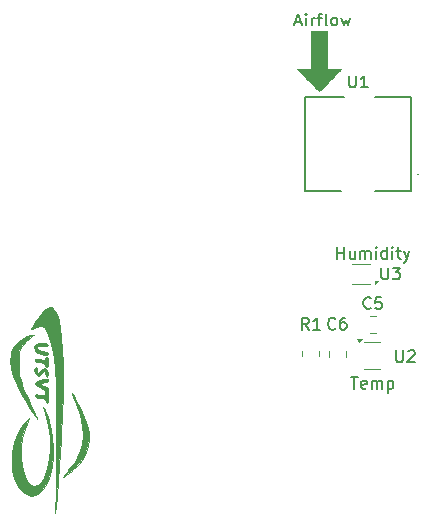
<source format=gto>
%TF.GenerationSoftware,KiCad,Pcbnew,8.0.5*%
%TF.CreationDate,2024-10-30T11:17:57-05:00*%
%TF.ProjectId,DataAcq-EnvBreakoutPCB,44617461-4163-4712-9d45-6e7642726561,rev?*%
%TF.SameCoordinates,Original*%
%TF.FileFunction,Legend,Top*%
%TF.FilePolarity,Positive*%
%FSLAX46Y46*%
G04 Gerber Fmt 4.6, Leading zero omitted, Abs format (unit mm)*
G04 Created by KiCad (PCBNEW 8.0.5) date 2024-10-30 11:17:57*
%MOMM*%
%LPD*%
G01*
G04 APERTURE LIST*
%ADD10C,0.153000*%
%ADD11C,0.150000*%
%ADD12C,0.120000*%
%ADD13C,0.010000*%
%ADD14C,0.200000*%
%ADD15C,0.100000*%
%ADD16C,0.000000*%
G04 APERTURE END LIST*
D10*
X113440476Y-25168948D02*
X113916666Y-25168948D01*
X113345238Y-25454663D02*
X113678571Y-24454663D01*
X113678571Y-24454663D02*
X114011904Y-25454663D01*
X114345238Y-25454663D02*
X114345238Y-24787996D01*
X114345238Y-24454663D02*
X114297619Y-24502282D01*
X114297619Y-24502282D02*
X114345238Y-24549901D01*
X114345238Y-24549901D02*
X114392857Y-24502282D01*
X114392857Y-24502282D02*
X114345238Y-24454663D01*
X114345238Y-24454663D02*
X114345238Y-24549901D01*
X114821428Y-25454663D02*
X114821428Y-24787996D01*
X114821428Y-24978472D02*
X114869047Y-24883234D01*
X114869047Y-24883234D02*
X114916666Y-24835615D01*
X114916666Y-24835615D02*
X115011904Y-24787996D01*
X115011904Y-24787996D02*
X115107142Y-24787996D01*
X115297619Y-24787996D02*
X115678571Y-24787996D01*
X115440476Y-25454663D02*
X115440476Y-24597520D01*
X115440476Y-24597520D02*
X115488095Y-24502282D01*
X115488095Y-24502282D02*
X115583333Y-24454663D01*
X115583333Y-24454663D02*
X115678571Y-24454663D01*
X116154762Y-25454663D02*
X116059524Y-25407044D01*
X116059524Y-25407044D02*
X116011905Y-25311805D01*
X116011905Y-25311805D02*
X116011905Y-24454663D01*
X116678572Y-25454663D02*
X116583334Y-25407044D01*
X116583334Y-25407044D02*
X116535715Y-25359424D01*
X116535715Y-25359424D02*
X116488096Y-25264186D01*
X116488096Y-25264186D02*
X116488096Y-24978472D01*
X116488096Y-24978472D02*
X116535715Y-24883234D01*
X116535715Y-24883234D02*
X116583334Y-24835615D01*
X116583334Y-24835615D02*
X116678572Y-24787996D01*
X116678572Y-24787996D02*
X116821429Y-24787996D01*
X116821429Y-24787996D02*
X116916667Y-24835615D01*
X116916667Y-24835615D02*
X116964286Y-24883234D01*
X116964286Y-24883234D02*
X117011905Y-24978472D01*
X117011905Y-24978472D02*
X117011905Y-25264186D01*
X117011905Y-25264186D02*
X116964286Y-25359424D01*
X116964286Y-25359424D02*
X116916667Y-25407044D01*
X116916667Y-25407044D02*
X116821429Y-25454663D01*
X116821429Y-25454663D02*
X116678572Y-25454663D01*
X117345239Y-24787996D02*
X117535715Y-25454663D01*
X117535715Y-25454663D02*
X117726191Y-24978472D01*
X117726191Y-24978472D02*
X117916667Y-25454663D01*
X117916667Y-25454663D02*
X118107143Y-24787996D01*
X118166667Y-55204663D02*
X118738095Y-55204663D01*
X118452381Y-56204663D02*
X118452381Y-55204663D01*
X119452381Y-56157044D02*
X119357143Y-56204663D01*
X119357143Y-56204663D02*
X119166667Y-56204663D01*
X119166667Y-56204663D02*
X119071429Y-56157044D01*
X119071429Y-56157044D02*
X119023810Y-56061805D01*
X119023810Y-56061805D02*
X119023810Y-55680853D01*
X119023810Y-55680853D02*
X119071429Y-55585615D01*
X119071429Y-55585615D02*
X119166667Y-55537996D01*
X119166667Y-55537996D02*
X119357143Y-55537996D01*
X119357143Y-55537996D02*
X119452381Y-55585615D01*
X119452381Y-55585615D02*
X119500000Y-55680853D01*
X119500000Y-55680853D02*
X119500000Y-55776091D01*
X119500000Y-55776091D02*
X119023810Y-55871329D01*
X119928572Y-56204663D02*
X119928572Y-55537996D01*
X119928572Y-55633234D02*
X119976191Y-55585615D01*
X119976191Y-55585615D02*
X120071429Y-55537996D01*
X120071429Y-55537996D02*
X120214286Y-55537996D01*
X120214286Y-55537996D02*
X120309524Y-55585615D01*
X120309524Y-55585615D02*
X120357143Y-55680853D01*
X120357143Y-55680853D02*
X120357143Y-56204663D01*
X120357143Y-55680853D02*
X120404762Y-55585615D01*
X120404762Y-55585615D02*
X120500000Y-55537996D01*
X120500000Y-55537996D02*
X120642857Y-55537996D01*
X120642857Y-55537996D02*
X120738096Y-55585615D01*
X120738096Y-55585615D02*
X120785715Y-55680853D01*
X120785715Y-55680853D02*
X120785715Y-56204663D01*
X121261905Y-55537996D02*
X121261905Y-56537996D01*
X121261905Y-55585615D02*
X121357143Y-55537996D01*
X121357143Y-55537996D02*
X121547619Y-55537996D01*
X121547619Y-55537996D02*
X121642857Y-55585615D01*
X121642857Y-55585615D02*
X121690476Y-55633234D01*
X121690476Y-55633234D02*
X121738095Y-55728472D01*
X121738095Y-55728472D02*
X121738095Y-56014186D01*
X121738095Y-56014186D02*
X121690476Y-56109424D01*
X121690476Y-56109424D02*
X121642857Y-56157044D01*
X121642857Y-56157044D02*
X121547619Y-56204663D01*
X121547619Y-56204663D02*
X121357143Y-56204663D01*
X121357143Y-56204663D02*
X121261905Y-56157044D01*
X117000000Y-45204663D02*
X117000000Y-44204663D01*
X117000000Y-44680853D02*
X117571428Y-44680853D01*
X117571428Y-45204663D02*
X117571428Y-44204663D01*
X118476190Y-44537996D02*
X118476190Y-45204663D01*
X118047619Y-44537996D02*
X118047619Y-45061805D01*
X118047619Y-45061805D02*
X118095238Y-45157044D01*
X118095238Y-45157044D02*
X118190476Y-45204663D01*
X118190476Y-45204663D02*
X118333333Y-45204663D01*
X118333333Y-45204663D02*
X118428571Y-45157044D01*
X118428571Y-45157044D02*
X118476190Y-45109424D01*
X118952381Y-45204663D02*
X118952381Y-44537996D01*
X118952381Y-44633234D02*
X119000000Y-44585615D01*
X119000000Y-44585615D02*
X119095238Y-44537996D01*
X119095238Y-44537996D02*
X119238095Y-44537996D01*
X119238095Y-44537996D02*
X119333333Y-44585615D01*
X119333333Y-44585615D02*
X119380952Y-44680853D01*
X119380952Y-44680853D02*
X119380952Y-45204663D01*
X119380952Y-44680853D02*
X119428571Y-44585615D01*
X119428571Y-44585615D02*
X119523809Y-44537996D01*
X119523809Y-44537996D02*
X119666666Y-44537996D01*
X119666666Y-44537996D02*
X119761905Y-44585615D01*
X119761905Y-44585615D02*
X119809524Y-44680853D01*
X119809524Y-44680853D02*
X119809524Y-45204663D01*
X120285714Y-45204663D02*
X120285714Y-44537996D01*
X120285714Y-44204663D02*
X120238095Y-44252282D01*
X120238095Y-44252282D02*
X120285714Y-44299901D01*
X120285714Y-44299901D02*
X120333333Y-44252282D01*
X120333333Y-44252282D02*
X120285714Y-44204663D01*
X120285714Y-44204663D02*
X120285714Y-44299901D01*
X121190475Y-45204663D02*
X121190475Y-44204663D01*
X121190475Y-45157044D02*
X121095237Y-45204663D01*
X121095237Y-45204663D02*
X120904761Y-45204663D01*
X120904761Y-45204663D02*
X120809523Y-45157044D01*
X120809523Y-45157044D02*
X120761904Y-45109424D01*
X120761904Y-45109424D02*
X120714285Y-45014186D01*
X120714285Y-45014186D02*
X120714285Y-44728472D01*
X120714285Y-44728472D02*
X120761904Y-44633234D01*
X120761904Y-44633234D02*
X120809523Y-44585615D01*
X120809523Y-44585615D02*
X120904761Y-44537996D01*
X120904761Y-44537996D02*
X121095237Y-44537996D01*
X121095237Y-44537996D02*
X121190475Y-44585615D01*
X121666666Y-45204663D02*
X121666666Y-44537996D01*
X121666666Y-44204663D02*
X121619047Y-44252282D01*
X121619047Y-44252282D02*
X121666666Y-44299901D01*
X121666666Y-44299901D02*
X121714285Y-44252282D01*
X121714285Y-44252282D02*
X121666666Y-44204663D01*
X121666666Y-44204663D02*
X121666666Y-44299901D01*
X121999999Y-44537996D02*
X122380951Y-44537996D01*
X122142856Y-44204663D02*
X122142856Y-45061805D01*
X122142856Y-45061805D02*
X122190475Y-45157044D01*
X122190475Y-45157044D02*
X122285713Y-45204663D01*
X122285713Y-45204663D02*
X122380951Y-45204663D01*
X122619047Y-44537996D02*
X122857142Y-45204663D01*
X123095237Y-44537996D02*
X122857142Y-45204663D01*
X122857142Y-45204663D02*
X122761904Y-45442758D01*
X122761904Y-45442758D02*
X122714285Y-45490377D01*
X122714285Y-45490377D02*
X122619047Y-45537996D01*
D11*
X121988095Y-52954819D02*
X121988095Y-53764342D01*
X121988095Y-53764342D02*
X122035714Y-53859580D01*
X122035714Y-53859580D02*
X122083333Y-53907200D01*
X122083333Y-53907200D02*
X122178571Y-53954819D01*
X122178571Y-53954819D02*
X122369047Y-53954819D01*
X122369047Y-53954819D02*
X122464285Y-53907200D01*
X122464285Y-53907200D02*
X122511904Y-53859580D01*
X122511904Y-53859580D02*
X122559523Y-53764342D01*
X122559523Y-53764342D02*
X122559523Y-52954819D01*
X122988095Y-53050057D02*
X123035714Y-53002438D01*
X123035714Y-53002438D02*
X123130952Y-52954819D01*
X123130952Y-52954819D02*
X123369047Y-52954819D01*
X123369047Y-52954819D02*
X123464285Y-53002438D01*
X123464285Y-53002438D02*
X123511904Y-53050057D01*
X123511904Y-53050057D02*
X123559523Y-53145295D01*
X123559523Y-53145295D02*
X123559523Y-53240533D01*
X123559523Y-53240533D02*
X123511904Y-53383390D01*
X123511904Y-53383390D02*
X122940476Y-53954819D01*
X122940476Y-53954819D02*
X123559523Y-53954819D01*
X119833333Y-49359580D02*
X119785714Y-49407200D01*
X119785714Y-49407200D02*
X119642857Y-49454819D01*
X119642857Y-49454819D02*
X119547619Y-49454819D01*
X119547619Y-49454819D02*
X119404762Y-49407200D01*
X119404762Y-49407200D02*
X119309524Y-49311961D01*
X119309524Y-49311961D02*
X119261905Y-49216723D01*
X119261905Y-49216723D02*
X119214286Y-49026247D01*
X119214286Y-49026247D02*
X119214286Y-48883390D01*
X119214286Y-48883390D02*
X119261905Y-48692914D01*
X119261905Y-48692914D02*
X119309524Y-48597676D01*
X119309524Y-48597676D02*
X119404762Y-48502438D01*
X119404762Y-48502438D02*
X119547619Y-48454819D01*
X119547619Y-48454819D02*
X119642857Y-48454819D01*
X119642857Y-48454819D02*
X119785714Y-48502438D01*
X119785714Y-48502438D02*
X119833333Y-48550057D01*
X120738095Y-48454819D02*
X120261905Y-48454819D01*
X120261905Y-48454819D02*
X120214286Y-48931009D01*
X120214286Y-48931009D02*
X120261905Y-48883390D01*
X120261905Y-48883390D02*
X120357143Y-48835771D01*
X120357143Y-48835771D02*
X120595238Y-48835771D01*
X120595238Y-48835771D02*
X120690476Y-48883390D01*
X120690476Y-48883390D02*
X120738095Y-48931009D01*
X120738095Y-48931009D02*
X120785714Y-49026247D01*
X120785714Y-49026247D02*
X120785714Y-49264342D01*
X120785714Y-49264342D02*
X120738095Y-49359580D01*
X120738095Y-49359580D02*
X120690476Y-49407200D01*
X120690476Y-49407200D02*
X120595238Y-49454819D01*
X120595238Y-49454819D02*
X120357143Y-49454819D01*
X120357143Y-49454819D02*
X120261905Y-49407200D01*
X120261905Y-49407200D02*
X120214286Y-49359580D01*
X114583333Y-51204819D02*
X114250000Y-50728628D01*
X114011905Y-51204819D02*
X114011905Y-50204819D01*
X114011905Y-50204819D02*
X114392857Y-50204819D01*
X114392857Y-50204819D02*
X114488095Y-50252438D01*
X114488095Y-50252438D02*
X114535714Y-50300057D01*
X114535714Y-50300057D02*
X114583333Y-50395295D01*
X114583333Y-50395295D02*
X114583333Y-50538152D01*
X114583333Y-50538152D02*
X114535714Y-50633390D01*
X114535714Y-50633390D02*
X114488095Y-50681009D01*
X114488095Y-50681009D02*
X114392857Y-50728628D01*
X114392857Y-50728628D02*
X114011905Y-50728628D01*
X115535714Y-51204819D02*
X114964286Y-51204819D01*
X115250000Y-51204819D02*
X115250000Y-50204819D01*
X115250000Y-50204819D02*
X115154762Y-50347676D01*
X115154762Y-50347676D02*
X115059524Y-50442914D01*
X115059524Y-50442914D02*
X114964286Y-50490533D01*
X120738095Y-45954819D02*
X120738095Y-46764342D01*
X120738095Y-46764342D02*
X120785714Y-46859580D01*
X120785714Y-46859580D02*
X120833333Y-46907200D01*
X120833333Y-46907200D02*
X120928571Y-46954819D01*
X120928571Y-46954819D02*
X121119047Y-46954819D01*
X121119047Y-46954819D02*
X121214285Y-46907200D01*
X121214285Y-46907200D02*
X121261904Y-46859580D01*
X121261904Y-46859580D02*
X121309523Y-46764342D01*
X121309523Y-46764342D02*
X121309523Y-45954819D01*
X121690476Y-45954819D02*
X122309523Y-45954819D01*
X122309523Y-45954819D02*
X121976190Y-46335771D01*
X121976190Y-46335771D02*
X122119047Y-46335771D01*
X122119047Y-46335771D02*
X122214285Y-46383390D01*
X122214285Y-46383390D02*
X122261904Y-46431009D01*
X122261904Y-46431009D02*
X122309523Y-46526247D01*
X122309523Y-46526247D02*
X122309523Y-46764342D01*
X122309523Y-46764342D02*
X122261904Y-46859580D01*
X122261904Y-46859580D02*
X122214285Y-46907200D01*
X122214285Y-46907200D02*
X122119047Y-46954819D01*
X122119047Y-46954819D02*
X121833333Y-46954819D01*
X121833333Y-46954819D02*
X121738095Y-46907200D01*
X121738095Y-46907200D02*
X121690476Y-46859580D01*
X116833333Y-51109580D02*
X116785714Y-51157200D01*
X116785714Y-51157200D02*
X116642857Y-51204819D01*
X116642857Y-51204819D02*
X116547619Y-51204819D01*
X116547619Y-51204819D02*
X116404762Y-51157200D01*
X116404762Y-51157200D02*
X116309524Y-51061961D01*
X116309524Y-51061961D02*
X116261905Y-50966723D01*
X116261905Y-50966723D02*
X116214286Y-50776247D01*
X116214286Y-50776247D02*
X116214286Y-50633390D01*
X116214286Y-50633390D02*
X116261905Y-50442914D01*
X116261905Y-50442914D02*
X116309524Y-50347676D01*
X116309524Y-50347676D02*
X116404762Y-50252438D01*
X116404762Y-50252438D02*
X116547619Y-50204819D01*
X116547619Y-50204819D02*
X116642857Y-50204819D01*
X116642857Y-50204819D02*
X116785714Y-50252438D01*
X116785714Y-50252438D02*
X116833333Y-50300057D01*
X117690476Y-50204819D02*
X117500000Y-50204819D01*
X117500000Y-50204819D02*
X117404762Y-50252438D01*
X117404762Y-50252438D02*
X117357143Y-50300057D01*
X117357143Y-50300057D02*
X117261905Y-50442914D01*
X117261905Y-50442914D02*
X117214286Y-50633390D01*
X117214286Y-50633390D02*
X117214286Y-51014342D01*
X117214286Y-51014342D02*
X117261905Y-51109580D01*
X117261905Y-51109580D02*
X117309524Y-51157200D01*
X117309524Y-51157200D02*
X117404762Y-51204819D01*
X117404762Y-51204819D02*
X117595238Y-51204819D01*
X117595238Y-51204819D02*
X117690476Y-51157200D01*
X117690476Y-51157200D02*
X117738095Y-51109580D01*
X117738095Y-51109580D02*
X117785714Y-51014342D01*
X117785714Y-51014342D02*
X117785714Y-50776247D01*
X117785714Y-50776247D02*
X117738095Y-50681009D01*
X117738095Y-50681009D02*
X117690476Y-50633390D01*
X117690476Y-50633390D02*
X117595238Y-50585771D01*
X117595238Y-50585771D02*
X117404762Y-50585771D01*
X117404762Y-50585771D02*
X117309524Y-50633390D01*
X117309524Y-50633390D02*
X117261905Y-50681009D01*
X117261905Y-50681009D02*
X117214286Y-50776247D01*
D10*
X117988095Y-29704663D02*
X117988095Y-30514186D01*
X117988095Y-30514186D02*
X118035714Y-30609424D01*
X118035714Y-30609424D02*
X118083333Y-30657044D01*
X118083333Y-30657044D02*
X118178571Y-30704663D01*
X118178571Y-30704663D02*
X118369047Y-30704663D01*
X118369047Y-30704663D02*
X118464285Y-30657044D01*
X118464285Y-30657044D02*
X118511904Y-30609424D01*
X118511904Y-30609424D02*
X118559523Y-30514186D01*
X118559523Y-30514186D02*
X118559523Y-29704663D01*
X119559523Y-30704663D02*
X118988095Y-30704663D01*
X119273809Y-30704663D02*
X119273809Y-29704663D01*
X119273809Y-29704663D02*
X119178571Y-29847520D01*
X119178571Y-29847520D02*
X119083333Y-29942758D01*
X119083333Y-29942758D02*
X118988095Y-29990377D01*
D12*
%TO.C,U2*%
X119240000Y-52240000D02*
X120650000Y-52240000D01*
X119250000Y-54560000D02*
X120650000Y-54560000D01*
X118870000Y-52290000D02*
X118630000Y-51960000D01*
X119110000Y-51960000D01*
X118870000Y-52290000D01*
G36*
X118870000Y-52290000D02*
G01*
X118630000Y-51960000D01*
X119110000Y-51960000D01*
X118870000Y-52290000D01*
G37*
D13*
%TO.C,LOGO3*%
X92452865Y-53561986D02*
X92491873Y-53718894D01*
X92500000Y-53940000D01*
X92486404Y-54206219D01*
X92439332Y-54336244D01*
X92373000Y-54363334D01*
X92269491Y-54293050D01*
X92246000Y-54196916D01*
X92214825Y-54091195D01*
X92095324Y-54024996D01*
X91848535Y-53977834D01*
X91822666Y-53974342D01*
X91536825Y-53914866D01*
X91408790Y-53831182D01*
X91399333Y-53794148D01*
X91431302Y-53723253D01*
X91551782Y-53702093D01*
X91797634Y-53724936D01*
X91822666Y-53728334D01*
X92076799Y-53754950D01*
X92204493Y-53739181D01*
X92244924Y-53673926D01*
X92246000Y-53651612D01*
X92310356Y-53534343D01*
X92373000Y-53516667D01*
X92452865Y-53561986D01*
G36*
X92452865Y-53561986D02*
G01*
X92491873Y-53718894D01*
X92500000Y-53940000D01*
X92486404Y-54206219D01*
X92439332Y-54336244D01*
X92373000Y-54363334D01*
X92269491Y-54293050D01*
X92246000Y-54196916D01*
X92214825Y-54091195D01*
X92095324Y-54024996D01*
X91848535Y-53977834D01*
X91822666Y-53974342D01*
X91536825Y-53914866D01*
X91408790Y-53831182D01*
X91399333Y-53794148D01*
X91431302Y-53723253D01*
X91551782Y-53702093D01*
X91797634Y-53724936D01*
X91822666Y-53728334D01*
X92076799Y-53754950D01*
X92204493Y-53739181D01*
X92244924Y-53673926D01*
X92246000Y-53651612D01*
X92310356Y-53534343D01*
X92373000Y-53516667D01*
X92452865Y-53561986D01*
G37*
X91572590Y-54432926D02*
X91598335Y-54590992D01*
X91589775Y-54657646D01*
X91599369Y-54825718D01*
X91684831Y-54871882D01*
X91800580Y-54792230D01*
X91866090Y-54681328D01*
X92015060Y-54505049D01*
X92215689Y-54462433D01*
X92377067Y-54536042D01*
X92455228Y-54664838D01*
X92495509Y-54851927D01*
X92496379Y-55038847D01*
X92456304Y-55167135D01*
X92394166Y-55188412D01*
X92311381Y-55085971D01*
X92288333Y-54956000D01*
X92248018Y-54773919D01*
X92151573Y-54739271D01*
X92035753Y-54857901D01*
X92008404Y-54911474D01*
X91860681Y-55085609D01*
X91671510Y-55110343D01*
X91482628Y-54983769D01*
X91446467Y-54937161D01*
X91332456Y-54726083D01*
X91340730Y-54554919D01*
X91391164Y-54458320D01*
X91492553Y-54377683D01*
X91572590Y-54432926D01*
G36*
X91572590Y-54432926D02*
G01*
X91598335Y-54590992D01*
X91589775Y-54657646D01*
X91599369Y-54825718D01*
X91684831Y-54871882D01*
X91800580Y-54792230D01*
X91866090Y-54681328D01*
X92015060Y-54505049D01*
X92215689Y-54462433D01*
X92377067Y-54536042D01*
X92455228Y-54664838D01*
X92495509Y-54851927D01*
X92496379Y-55038847D01*
X92456304Y-55167135D01*
X92394166Y-55188412D01*
X92311381Y-55085971D01*
X92288333Y-54956000D01*
X92248018Y-54773919D01*
X92151573Y-54739271D01*
X92035753Y-54857901D01*
X92008404Y-54911474D01*
X91860681Y-55085609D01*
X91671510Y-55110343D01*
X91482628Y-54983769D01*
X91446467Y-54937161D01*
X91332456Y-54726083D01*
X91340730Y-54554919D01*
X91391164Y-54458320D01*
X91492553Y-54377683D01*
X91572590Y-54432926D01*
G37*
X92267218Y-52362919D02*
X92443077Y-52440335D01*
X92500000Y-52537858D01*
X92441891Y-52597526D01*
X92253907Y-52614710D01*
X92026991Y-52602373D01*
X91759211Y-52584174D01*
X91621552Y-52596265D01*
X91575585Y-52652683D01*
X91582491Y-52764740D01*
X91624717Y-52888993D01*
X91736238Y-52967221D01*
X91960387Y-53024798D01*
X92055500Y-53041741D01*
X92341845Y-53111395D01*
X92486310Y-53195765D01*
X92500000Y-53232241D01*
X92430685Y-53328617D01*
X92351833Y-53345314D01*
X92137206Y-53321556D01*
X91877529Y-53266406D01*
X91639877Y-53197108D01*
X91491324Y-53130907D01*
X91479639Y-53121082D01*
X91384999Y-52931009D01*
X91356323Y-52682331D01*
X91404068Y-52479500D01*
X91539415Y-52380859D01*
X91763188Y-52330401D01*
X92023189Y-52325347D01*
X92267218Y-52362919D01*
G36*
X92267218Y-52362919D02*
G01*
X92443077Y-52440335D01*
X92500000Y-52537858D01*
X92441891Y-52597526D01*
X92253907Y-52614710D01*
X92026991Y-52602373D01*
X91759211Y-52584174D01*
X91621552Y-52596265D01*
X91575585Y-52652683D01*
X91582491Y-52764740D01*
X91624717Y-52888993D01*
X91736238Y-52967221D01*
X91960387Y-53024798D01*
X92055500Y-53041741D01*
X92341845Y-53111395D01*
X92486310Y-53195765D01*
X92500000Y-53232241D01*
X92430685Y-53328617D01*
X92351833Y-53345314D01*
X92137206Y-53321556D01*
X91877529Y-53266406D01*
X91639877Y-53197108D01*
X91491324Y-53130907D01*
X91479639Y-53121082D01*
X91384999Y-52931009D01*
X91356323Y-52682331D01*
X91404068Y-52479500D01*
X91539415Y-52380859D01*
X91763188Y-52330401D01*
X92023189Y-52325347D01*
X92267218Y-52362919D01*
G37*
X94556158Y-56602683D02*
X94665915Y-56771746D01*
X94829176Y-57059890D01*
X95040870Y-57460962D01*
X95208542Y-57792334D01*
X95565397Y-58571464D01*
X95806811Y-59257658D01*
X95937240Y-59877555D01*
X95961137Y-60457797D01*
X95882961Y-61025022D01*
X95800682Y-61332668D01*
X95526518Y-61959242D01*
X95106725Y-62563510D01*
X94564659Y-63112345D01*
X94518025Y-63151770D01*
X94252679Y-63364432D01*
X94020775Y-63534812D01*
X93852147Y-63642543D01*
X93776630Y-63667260D01*
X93775698Y-63658479D01*
X93829013Y-63587298D01*
X93965961Y-63418916D01*
X94160521Y-63185169D01*
X94232558Y-63099559D01*
X94761127Y-62387133D01*
X95141567Y-61669895D01*
X95375162Y-60933426D01*
X95463193Y-60163309D01*
X95406943Y-59345127D01*
X95207692Y-58464463D01*
X94866724Y-57506897D01*
X94753600Y-57240314D01*
X94598627Y-56871517D01*
X94517443Y-56646415D01*
X94504977Y-56558855D01*
X94556158Y-56602683D01*
G36*
X94556158Y-56602683D02*
G01*
X94665915Y-56771746D01*
X94829176Y-57059890D01*
X95040870Y-57460962D01*
X95208542Y-57792334D01*
X95565397Y-58571464D01*
X95806811Y-59257658D01*
X95937240Y-59877555D01*
X95961137Y-60457797D01*
X95882961Y-61025022D01*
X95800682Y-61332668D01*
X95526518Y-61959242D01*
X95106725Y-62563510D01*
X94564659Y-63112345D01*
X94518025Y-63151770D01*
X94252679Y-63364432D01*
X94020775Y-63534812D01*
X93852147Y-63642543D01*
X93776630Y-63667260D01*
X93775698Y-63658479D01*
X93829013Y-63587298D01*
X93965961Y-63418916D01*
X94160521Y-63185169D01*
X94232558Y-63099559D01*
X94761127Y-62387133D01*
X95141567Y-61669895D01*
X95375162Y-60933426D01*
X95463193Y-60163309D01*
X95406943Y-59345127D01*
X95207692Y-58464463D01*
X94866724Y-57506897D01*
X94753600Y-57240314D01*
X94598627Y-56871517D01*
X94517443Y-56646415D01*
X94504977Y-56558855D01*
X94556158Y-56602683D01*
G37*
X92468551Y-55406067D02*
X92498946Y-55476406D01*
X92500000Y-55504720D01*
X92427057Y-55611642D01*
X92267166Y-55681125D01*
X91997002Y-55747921D01*
X91885964Y-55807097D01*
X91926086Y-55878480D01*
X92109401Y-55981897D01*
X92140166Y-55997167D01*
X92500000Y-56174694D01*
X92500000Y-56800069D01*
X92491829Y-57138000D01*
X92464776Y-57328544D01*
X92415027Y-57392975D01*
X92394166Y-57390591D01*
X92298153Y-57287889D01*
X92261278Y-57171868D01*
X92189184Y-57028364D01*
X92007278Y-56986844D01*
X91692413Y-56957513D01*
X91478708Y-56881073D01*
X91399337Y-56769432D01*
X91399333Y-56768575D01*
X91424380Y-56708213D01*
X91519582Y-56686959D01*
X91715027Y-56705037D01*
X92040807Y-56762673D01*
X92097833Y-56773775D01*
X92222258Y-56741544D01*
X92246000Y-56648463D01*
X92291185Y-56502358D01*
X92341483Y-56462284D01*
X92321473Y-56411169D01*
X92179724Y-56306145D01*
X91946016Y-56168902D01*
X91918149Y-56153930D01*
X91659194Y-56000318D01*
X91473240Y-55860268D01*
X91399407Y-55763380D01*
X91399333Y-55761376D01*
X91476085Y-55671830D01*
X91680704Y-55571428D01*
X91856864Y-55512341D01*
X92179149Y-55423659D01*
X92372498Y-55388360D01*
X92468551Y-55406067D01*
G36*
X92468551Y-55406067D02*
G01*
X92498946Y-55476406D01*
X92500000Y-55504720D01*
X92427057Y-55611642D01*
X92267166Y-55681125D01*
X91997002Y-55747921D01*
X91885964Y-55807097D01*
X91926086Y-55878480D01*
X92109401Y-55981897D01*
X92140166Y-55997167D01*
X92500000Y-56174694D01*
X92500000Y-56800069D01*
X92491829Y-57138000D01*
X92464776Y-57328544D01*
X92415027Y-57392975D01*
X92394166Y-57390591D01*
X92298153Y-57287889D01*
X92261278Y-57171868D01*
X92189184Y-57028364D01*
X92007278Y-56986844D01*
X91692413Y-56957513D01*
X91478708Y-56881073D01*
X91399337Y-56769432D01*
X91399333Y-56768575D01*
X91424380Y-56708213D01*
X91519582Y-56686959D01*
X91715027Y-56705037D01*
X92040807Y-56762673D01*
X92097833Y-56773775D01*
X92222258Y-56741544D01*
X92246000Y-56648463D01*
X92291185Y-56502358D01*
X92341483Y-56462284D01*
X92321473Y-56411169D01*
X92179724Y-56306145D01*
X91946016Y-56168902D01*
X91918149Y-56153930D01*
X91659194Y-56000318D01*
X91473240Y-55860268D01*
X91399407Y-55763380D01*
X91399333Y-55761376D01*
X91476085Y-55671830D01*
X91680704Y-55571428D01*
X91856864Y-55512341D01*
X92179149Y-55423659D01*
X92372498Y-55388360D01*
X92468551Y-55406067D01*
G37*
X91267582Y-51692050D02*
X91124726Y-51782879D01*
X91103000Y-51794449D01*
X90639158Y-52127640D01*
X90265070Y-52576388D01*
X90185079Y-52712334D01*
X90103552Y-52885425D01*
X90050582Y-53070015D01*
X90020624Y-53307005D01*
X90008131Y-53637296D01*
X90007113Y-54024667D01*
X90014930Y-54486913D01*
X90039486Y-54842277D01*
X90090339Y-55153059D01*
X90177045Y-55481558D01*
X90279875Y-55802667D01*
X90425216Y-56195692D01*
X90625059Y-56677735D01*
X90853489Y-57188793D01*
X91084592Y-57668863D01*
X91093488Y-57686500D01*
X91285329Y-58070340D01*
X91442972Y-58394034D01*
X91553760Y-58630927D01*
X91605036Y-58754364D01*
X91606077Y-58766000D01*
X91540687Y-58698417D01*
X91406373Y-58514990D01*
X91221952Y-58244708D01*
X91006240Y-57916558D01*
X90778052Y-57559526D01*
X90556205Y-57202599D01*
X90359514Y-56874765D01*
X90224511Y-56637621D01*
X89857360Y-55890408D01*
X89578962Y-55160966D01*
X89394856Y-54472950D01*
X89310576Y-53850012D01*
X89331661Y-53315807D01*
X89389531Y-53070343D01*
X89635723Y-52586869D01*
X90027795Y-52185459D01*
X90499571Y-51899551D01*
X90766580Y-51784503D01*
X91002155Y-51701827D01*
X91181027Y-51655925D01*
X91277926Y-51651199D01*
X91267582Y-51692050D01*
G36*
X91267582Y-51692050D02*
G01*
X91124726Y-51782879D01*
X91103000Y-51794449D01*
X90639158Y-52127640D01*
X90265070Y-52576388D01*
X90185079Y-52712334D01*
X90103552Y-52885425D01*
X90050582Y-53070015D01*
X90020624Y-53307005D01*
X90008131Y-53637296D01*
X90007113Y-54024667D01*
X90014930Y-54486913D01*
X90039486Y-54842277D01*
X90090339Y-55153059D01*
X90177045Y-55481558D01*
X90279875Y-55802667D01*
X90425216Y-56195692D01*
X90625059Y-56677735D01*
X90853489Y-57188793D01*
X91084592Y-57668863D01*
X91093488Y-57686500D01*
X91285329Y-58070340D01*
X91442972Y-58394034D01*
X91553760Y-58630927D01*
X91605036Y-58754364D01*
X91606077Y-58766000D01*
X91540687Y-58698417D01*
X91406373Y-58514990D01*
X91221952Y-58244708D01*
X91006240Y-57916558D01*
X90778052Y-57559526D01*
X90556205Y-57202599D01*
X90359514Y-56874765D01*
X90224511Y-56637621D01*
X89857360Y-55890408D01*
X89578962Y-55160966D01*
X89394856Y-54472950D01*
X89310576Y-53850012D01*
X89331661Y-53315807D01*
X89389531Y-53070343D01*
X89635723Y-52586869D01*
X90027795Y-52185459D01*
X90499571Y-51899551D01*
X90766580Y-51784503D01*
X91002155Y-51701827D01*
X91181027Y-51655925D01*
X91277926Y-51651199D01*
X91267582Y-51692050D01*
G37*
X92814430Y-49328979D02*
X93042760Y-49508382D01*
X93240032Y-49851926D01*
X93406161Y-50358435D01*
X93541066Y-51026734D01*
X93644664Y-51855647D01*
X93716873Y-52844000D01*
X93757610Y-53990618D01*
X93766792Y-55294323D01*
X93744338Y-56753943D01*
X93690163Y-58368301D01*
X93604187Y-60136221D01*
X93486327Y-62056529D01*
X93468337Y-62322000D01*
X93422320Y-62974946D01*
X93371398Y-63665556D01*
X93319447Y-64343333D01*
X93270345Y-64957778D01*
X93227970Y-65458393D01*
X93224542Y-65497000D01*
X93111199Y-66767000D01*
X93165433Y-64862000D01*
X93185268Y-64045080D01*
X93200676Y-63159053D01*
X93211766Y-62223882D01*
X93218643Y-61259527D01*
X93221415Y-60285950D01*
X93220189Y-59323113D01*
X93215073Y-58390978D01*
X93206172Y-57509507D01*
X93193596Y-56698660D01*
X93177449Y-55978401D01*
X93157841Y-55368690D01*
X93134877Y-54889489D01*
X93110233Y-54575000D01*
X92990575Y-53600440D01*
X92857796Y-52787746D01*
X92709356Y-52129780D01*
X92542717Y-51619406D01*
X92355339Y-51249487D01*
X92144682Y-51012886D01*
X91908207Y-50902467D01*
X91799811Y-50892000D01*
X91557176Y-50941925D01*
X91313113Y-51062500D01*
X91306570Y-51067099D01*
X91154446Y-51165263D01*
X91086366Y-51175725D01*
X91104997Y-51085276D01*
X91213003Y-50880705D01*
X91410255Y-50553334D01*
X91700062Y-50124626D01*
X91994818Y-49760792D01*
X92270068Y-49488285D01*
X92501357Y-49333559D01*
X92555122Y-49314892D01*
X92814430Y-49328979D01*
G36*
X92814430Y-49328979D02*
G01*
X93042760Y-49508382D01*
X93240032Y-49851926D01*
X93406161Y-50358435D01*
X93541066Y-51026734D01*
X93644664Y-51855647D01*
X93716873Y-52844000D01*
X93757610Y-53990618D01*
X93766792Y-55294323D01*
X93744338Y-56753943D01*
X93690163Y-58368301D01*
X93604187Y-60136221D01*
X93486327Y-62056529D01*
X93468337Y-62322000D01*
X93422320Y-62974946D01*
X93371398Y-63665556D01*
X93319447Y-64343333D01*
X93270345Y-64957778D01*
X93227970Y-65458393D01*
X93224542Y-65497000D01*
X93111199Y-66767000D01*
X93165433Y-64862000D01*
X93185268Y-64045080D01*
X93200676Y-63159053D01*
X93211766Y-62223882D01*
X93218643Y-61259527D01*
X93221415Y-60285950D01*
X93220189Y-59323113D01*
X93215073Y-58390978D01*
X93206172Y-57509507D01*
X93193596Y-56698660D01*
X93177449Y-55978401D01*
X93157841Y-55368690D01*
X93134877Y-54889489D01*
X93110233Y-54575000D01*
X92990575Y-53600440D01*
X92857796Y-52787746D01*
X92709356Y-52129780D01*
X92542717Y-51619406D01*
X92355339Y-51249487D01*
X92144682Y-51012886D01*
X91908207Y-50902467D01*
X91799811Y-50892000D01*
X91557176Y-50941925D01*
X91313113Y-51062500D01*
X91306570Y-51067099D01*
X91154446Y-51165263D01*
X91086366Y-51175725D01*
X91104997Y-51085276D01*
X91213003Y-50880705D01*
X91410255Y-50553334D01*
X91700062Y-50124626D01*
X91994818Y-49760792D01*
X92270068Y-49488285D01*
X92501357Y-49333559D01*
X92555122Y-49314892D01*
X92814430Y-49328979D01*
G37*
X92164550Y-57815005D02*
X92251263Y-57988575D01*
X92359156Y-58261235D01*
X92476889Y-58600752D01*
X92593124Y-58974894D01*
X92696522Y-59351428D01*
X92758966Y-59616657D01*
X92874533Y-60362297D01*
X92922721Y-61165983D01*
X92905116Y-61976616D01*
X92823301Y-62743095D01*
X92678861Y-63414321D01*
X92637011Y-63549667D01*
X92380027Y-64186279D01*
X92082025Y-64681666D01*
X91751636Y-65031375D01*
X91397489Y-65230952D01*
X91028214Y-65275944D01*
X90652440Y-65161897D01*
X90278797Y-64884357D01*
X90202499Y-64806059D01*
X89880200Y-64346706D01*
X89638255Y-63764328D01*
X89483482Y-63088434D01*
X89422695Y-62348531D01*
X89460423Y-61593722D01*
X89524381Y-61201259D01*
X89619850Y-60795114D01*
X89705274Y-60523042D01*
X89869092Y-60154244D01*
X90088415Y-59752742D01*
X90331706Y-59369164D01*
X90567430Y-59054138D01*
X90720642Y-58893000D01*
X90914499Y-58723667D01*
X90785314Y-58977667D01*
X90522588Y-59632755D01*
X90342697Y-60376130D01*
X90247421Y-61165448D01*
X90238541Y-61958366D01*
X90317837Y-62712542D01*
X90487091Y-63385632D01*
X90589130Y-63642139D01*
X90831941Y-64068518D01*
X91091775Y-64330214D01*
X91360575Y-64430009D01*
X91630283Y-64370686D01*
X91892840Y-64155027D01*
X92140190Y-63785815D01*
X92364274Y-63265831D01*
X92450650Y-62999334D01*
X92624771Y-62183203D01*
X92697257Y-61280398D01*
X92669413Y-60338694D01*
X92542547Y-59405866D01*
X92329399Y-58564889D01*
X92226047Y-58232610D01*
X92150087Y-57967131D01*
X92111618Y-57804974D01*
X92110353Y-57772758D01*
X92164550Y-57815005D01*
G36*
X92164550Y-57815005D02*
G01*
X92251263Y-57988575D01*
X92359156Y-58261235D01*
X92476889Y-58600752D01*
X92593124Y-58974894D01*
X92696522Y-59351428D01*
X92758966Y-59616657D01*
X92874533Y-60362297D01*
X92922721Y-61165983D01*
X92905116Y-61976616D01*
X92823301Y-62743095D01*
X92678861Y-63414321D01*
X92637011Y-63549667D01*
X92380027Y-64186279D01*
X92082025Y-64681666D01*
X91751636Y-65031375D01*
X91397489Y-65230952D01*
X91028214Y-65275944D01*
X90652440Y-65161897D01*
X90278797Y-64884357D01*
X90202499Y-64806059D01*
X89880200Y-64346706D01*
X89638255Y-63764328D01*
X89483482Y-63088434D01*
X89422695Y-62348531D01*
X89460423Y-61593722D01*
X89524381Y-61201259D01*
X89619850Y-60795114D01*
X89705274Y-60523042D01*
X89869092Y-60154244D01*
X90088415Y-59752742D01*
X90331706Y-59369164D01*
X90567430Y-59054138D01*
X90720642Y-58893000D01*
X90914499Y-58723667D01*
X90785314Y-58977667D01*
X90522588Y-59632755D01*
X90342697Y-60376130D01*
X90247421Y-61165448D01*
X90238541Y-61958366D01*
X90317837Y-62712542D01*
X90487091Y-63385632D01*
X90589130Y-63642139D01*
X90831941Y-64068518D01*
X91091775Y-64330214D01*
X91360575Y-64430009D01*
X91630283Y-64370686D01*
X91892840Y-64155027D01*
X92140190Y-63785815D01*
X92364274Y-63265831D01*
X92450650Y-62999334D01*
X92624771Y-62183203D01*
X92697257Y-61280398D01*
X92669413Y-60338694D01*
X92542547Y-59405866D01*
X92329399Y-58564889D01*
X92226047Y-58232610D01*
X92150087Y-57967131D01*
X92111618Y-57804974D01*
X92110353Y-57772758D01*
X92164550Y-57815005D01*
G37*
D12*
%TO.C,C5*%
X120261252Y-50015000D02*
X119738748Y-50015000D01*
X120261252Y-51485000D02*
X119738748Y-51485000D01*
%TO.C,R1*%
X114015000Y-53477064D02*
X114015000Y-53022936D01*
X115485000Y-53477064D02*
X115485000Y-53022936D01*
%TO.C,U3*%
X119750000Y-45640000D02*
X118250000Y-45640000D01*
X119750000Y-47360000D02*
X118250000Y-47360000D01*
X120200000Y-47380000D02*
X120200000Y-47100000D01*
X120480000Y-47100000D01*
X120200000Y-47380000D01*
G36*
X120200000Y-47380000D02*
G01*
X120200000Y-47100000D01*
X120480000Y-47100000D01*
X120200000Y-47380000D01*
G37*
%TO.C,C6*%
X116265000Y-52988748D02*
X116265000Y-53511252D01*
X117735000Y-52988748D02*
X117735000Y-53511252D01*
D14*
%TO.C,U1*%
X114250000Y-31500000D02*
X114250000Y-39500000D01*
X114250000Y-39500000D02*
X117350000Y-39500000D01*
X117550000Y-31500000D02*
X114250000Y-31500000D01*
X120150000Y-39500000D02*
X123250000Y-39500000D01*
X123250000Y-31500000D02*
X120150000Y-31500000D01*
X123250000Y-39500000D02*
X123250000Y-31500000D01*
D15*
X123750000Y-38040000D02*
X123750000Y-38040000D01*
X123850000Y-38040000D02*
X123850000Y-38040000D01*
X123750000Y-38040000D02*
G75*
G02*
X123850000Y-38040000I50000J0D01*
G01*
X123850000Y-38040000D02*
G75*
G02*
X123750000Y-38040000I-50000J0D01*
G01*
D16*
%TO.C,LOGO1*%
G36*
X116226813Y-25964622D02*
G01*
X116229184Y-25969658D01*
X116231327Y-25978362D01*
X116233254Y-25991781D01*
X116234975Y-26010968D01*
X116236503Y-26036970D01*
X116237848Y-26070839D01*
X116239021Y-26113623D01*
X116240035Y-26166373D01*
X116240899Y-26230139D01*
X116241626Y-26305970D01*
X116242226Y-26394917D01*
X116242712Y-26498028D01*
X116243094Y-26616355D01*
X116243383Y-26750946D01*
X116243591Y-26902851D01*
X116243729Y-27073121D01*
X116243808Y-27262805D01*
X116243840Y-27472953D01*
X116243842Y-27550755D01*
X116243842Y-29112576D01*
X116807192Y-29112576D01*
X116932646Y-29112599D01*
X117038052Y-29112713D01*
X117125238Y-29112988D01*
X117196035Y-29113491D01*
X117252272Y-29114291D01*
X117295778Y-29115455D01*
X117328382Y-29117054D01*
X117351914Y-29119154D01*
X117368203Y-29121825D01*
X117379079Y-29125134D01*
X117386370Y-29129151D01*
X117391907Y-29133943D01*
X117392420Y-29134453D01*
X117408726Y-29157149D01*
X117414298Y-29175403D01*
X117406693Y-29185945D01*
X117384645Y-29210682D01*
X117349305Y-29248466D01*
X117301823Y-29298148D01*
X117243350Y-29358578D01*
X117175038Y-29428607D01*
X117098036Y-29507087D01*
X117013495Y-29592867D01*
X116922566Y-29684800D01*
X116826400Y-29781735D01*
X116726148Y-29882523D01*
X116622959Y-29986016D01*
X116517986Y-30091063D01*
X116412378Y-30196517D01*
X116307287Y-30301228D01*
X116203862Y-30404046D01*
X116103256Y-30503823D01*
X116006618Y-30599410D01*
X115915099Y-30689656D01*
X115829850Y-30773414D01*
X115752021Y-30849533D01*
X115682764Y-30916865D01*
X115623230Y-30974261D01*
X115574567Y-31020571D01*
X115537929Y-31054647D01*
X115514464Y-31075338D01*
X115505547Y-31081568D01*
X115494146Y-31073785D01*
X115467610Y-31050553D01*
X115426117Y-31012047D01*
X115369847Y-30958442D01*
X115298978Y-30889912D01*
X115213690Y-30806633D01*
X115114162Y-30708779D01*
X115000571Y-30596526D01*
X114873099Y-30470047D01*
X114731922Y-30329519D01*
X114577221Y-30175116D01*
X114540265Y-30138178D01*
X114381896Y-29979694D01*
X114238892Y-29836259D01*
X114110994Y-29707606D01*
X113997942Y-29593472D01*
X113899479Y-29493590D01*
X113815344Y-29407695D01*
X113745280Y-29335522D01*
X113689025Y-29276805D01*
X113646322Y-29231280D01*
X113616912Y-29198680D01*
X113600534Y-29178741D01*
X113596641Y-29171786D01*
X113604429Y-29146555D01*
X113616645Y-29130679D01*
X113622730Y-29126625D01*
X113632464Y-29123219D01*
X113647641Y-29120406D01*
X113670055Y-29118130D01*
X113701502Y-29116336D01*
X113743775Y-29114968D01*
X113798669Y-29113970D01*
X113867977Y-29113288D01*
X113953495Y-29112865D01*
X114057017Y-29112647D01*
X114180337Y-29112577D01*
X114201874Y-29112576D01*
X114767097Y-29112576D01*
X114767097Y-27541322D01*
X114767108Y-27324546D01*
X114767148Y-27128589D01*
X114767230Y-26952393D01*
X114767368Y-26794899D01*
X114767573Y-26655048D01*
X114767859Y-26531783D01*
X114768238Y-26424044D01*
X114768724Y-26330773D01*
X114769328Y-26250911D01*
X114770064Y-26183400D01*
X114770945Y-26127181D01*
X114771983Y-26081197D01*
X114773191Y-26044387D01*
X114774582Y-26015694D01*
X114776169Y-25994060D01*
X114777964Y-25978425D01*
X114779980Y-25967731D01*
X114782231Y-25960920D01*
X114784728Y-25956933D01*
X114786240Y-25955538D01*
X114793933Y-25952510D01*
X114809404Y-25949906D01*
X114834090Y-25947695D01*
X114869425Y-25945850D01*
X114916845Y-25944339D01*
X114977784Y-25943133D01*
X115053678Y-25942203D01*
X115145961Y-25941519D01*
X115256068Y-25941051D01*
X115385435Y-25940770D01*
X115507584Y-25940658D01*
X116209785Y-25940310D01*
X116226813Y-25964622D01*
G37*
%TD*%
M02*

</source>
